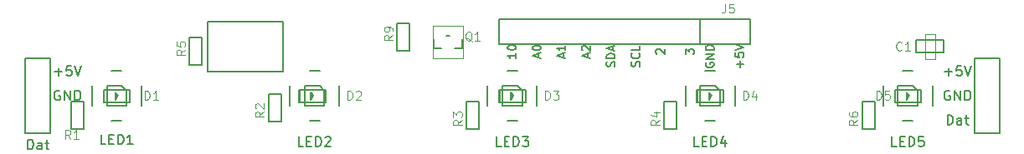
<source format=gto>
G04 #@! TF.FileFunction,Legend,Top*
%FSLAX46Y46*%
G04 Gerber Fmt 4.6, Leading zero omitted, Abs format (unit mm)*
G04 Created by KiCad (PCBNEW 4.0.7-e2-6376~58~ubuntu16.04.1) date Fri Sep 22 12:57:38 2017*
%MOMM*%
%LPD*%
G01*
G04 APERTURE LIST*
%ADD10C,0.100000*%
%ADD11C,0.200000*%
%ADD12C,0.066040*%
%ADD13C,0.127000*%
%ADD14C,0.101600*%
G04 APERTURE END LIST*
D10*
D11*
X119575000Y-139647619D02*
X119534524Y-139728571D01*
X119534524Y-139850000D01*
X119575000Y-139971428D01*
X119655952Y-140052381D01*
X119736905Y-140092857D01*
X119898810Y-140133333D01*
X120020238Y-140133333D01*
X120182143Y-140092857D01*
X120263095Y-140052381D01*
X120344048Y-139971428D01*
X120384524Y-139850000D01*
X120384524Y-139769048D01*
X120344048Y-139647619D01*
X120303571Y-139607143D01*
X120020238Y-139607143D01*
X120020238Y-139769048D01*
X120384524Y-139242857D02*
X119534524Y-139242857D01*
X120384524Y-138757143D01*
X119534524Y-138757143D01*
X120384524Y-138352381D02*
X119534524Y-138352381D01*
X119534524Y-138150000D01*
X119575000Y-138028572D01*
X119655952Y-137947619D01*
X119736905Y-137907143D01*
X119898810Y-137866667D01*
X120020238Y-137866667D01*
X120182143Y-137907143D01*
X120263095Y-137947619D01*
X120344048Y-138028572D01*
X120384524Y-138150000D01*
X120384524Y-138352381D01*
X123060714Y-140092857D02*
X123060714Y-139445238D01*
X123384524Y-139769048D02*
X122736905Y-139769048D01*
X122534524Y-138635714D02*
X122534524Y-139040476D01*
X122939286Y-139080952D01*
X122898810Y-139040476D01*
X122858333Y-138959524D01*
X122858333Y-138757143D01*
X122898810Y-138676190D01*
X122939286Y-138635714D01*
X123020238Y-138595238D01*
X123222619Y-138595238D01*
X123303571Y-138635714D01*
X123344048Y-138676190D01*
X123384524Y-138757143D01*
X123384524Y-138959524D01*
X123344048Y-139040476D01*
X123303571Y-139080952D01*
X122534524Y-138352381D02*
X123384524Y-138069047D01*
X122534524Y-137785714D01*
X143714286Y-140571429D02*
X144476191Y-140571429D01*
X144095239Y-140952381D02*
X144095239Y-140190476D01*
X145428572Y-139952381D02*
X144952381Y-139952381D01*
X144904762Y-140428571D01*
X144952381Y-140380952D01*
X145047619Y-140333333D01*
X145285715Y-140333333D01*
X145380953Y-140380952D01*
X145428572Y-140428571D01*
X145476191Y-140523810D01*
X145476191Y-140761905D01*
X145428572Y-140857143D01*
X145380953Y-140904762D01*
X145285715Y-140952381D01*
X145047619Y-140952381D01*
X144952381Y-140904762D01*
X144904762Y-140857143D01*
X145761905Y-139952381D02*
X146095238Y-140952381D01*
X146428572Y-139952381D01*
X117534524Y-138783333D02*
X117534524Y-138257143D01*
X117858333Y-138540476D01*
X117858333Y-138419048D01*
X117898810Y-138338095D01*
X117939286Y-138297619D01*
X118020238Y-138257143D01*
X118222619Y-138257143D01*
X118303571Y-138297619D01*
X118344048Y-138338095D01*
X118384524Y-138419048D01*
X118384524Y-138661905D01*
X118344048Y-138742857D01*
X118303571Y-138783333D01*
X114615476Y-138742857D02*
X114575000Y-138702381D01*
X114534524Y-138621429D01*
X114534524Y-138419048D01*
X114575000Y-138338095D01*
X114615476Y-138297619D01*
X114696429Y-138257143D01*
X114777381Y-138257143D01*
X114898810Y-138297619D01*
X115384524Y-138783333D01*
X115384524Y-138257143D01*
X112844048Y-140011904D02*
X112884524Y-139890476D01*
X112884524Y-139688095D01*
X112844048Y-139607142D01*
X112803571Y-139566666D01*
X112722619Y-139526190D01*
X112641667Y-139526190D01*
X112560714Y-139566666D01*
X112520238Y-139607142D01*
X112479762Y-139688095D01*
X112439286Y-139849999D01*
X112398810Y-139930952D01*
X112358333Y-139971428D01*
X112277381Y-140011904D01*
X112196429Y-140011904D01*
X112115476Y-139971428D01*
X112075000Y-139930952D01*
X112034524Y-139849999D01*
X112034524Y-139647619D01*
X112075000Y-139526190D01*
X112803571Y-138676190D02*
X112844048Y-138716666D01*
X112884524Y-138838095D01*
X112884524Y-138919047D01*
X112844048Y-139040475D01*
X112763095Y-139121428D01*
X112682143Y-139161904D01*
X112520238Y-139202380D01*
X112398810Y-139202380D01*
X112236905Y-139161904D01*
X112155952Y-139121428D01*
X112075000Y-139040475D01*
X112034524Y-138919047D01*
X112034524Y-138838095D01*
X112075000Y-138716666D01*
X112115476Y-138676190D01*
X112884524Y-137907142D02*
X112884524Y-138311904D01*
X112034524Y-138311904D01*
X110344048Y-140032142D02*
X110384524Y-139910714D01*
X110384524Y-139708333D01*
X110344048Y-139627380D01*
X110303571Y-139586904D01*
X110222619Y-139546428D01*
X110141667Y-139546428D01*
X110060714Y-139586904D01*
X110020238Y-139627380D01*
X109979762Y-139708333D01*
X109939286Y-139870237D01*
X109898810Y-139951190D01*
X109858333Y-139991666D01*
X109777381Y-140032142D01*
X109696429Y-140032142D01*
X109615476Y-139991666D01*
X109575000Y-139951190D01*
X109534524Y-139870237D01*
X109534524Y-139667857D01*
X109575000Y-139546428D01*
X110384524Y-139182142D02*
X109534524Y-139182142D01*
X109534524Y-138979761D01*
X109575000Y-138858333D01*
X109655952Y-138777380D01*
X109736905Y-138736904D01*
X109898810Y-138696428D01*
X110020238Y-138696428D01*
X110182143Y-138736904D01*
X110263095Y-138777380D01*
X110344048Y-138858333D01*
X110384524Y-138979761D01*
X110384524Y-139182142D01*
X110141667Y-138372618D02*
X110141667Y-137967856D01*
X110384524Y-138453571D02*
X109534524Y-138170237D01*
X110384524Y-137886904D01*
X107641667Y-139107142D02*
X107641667Y-138702380D01*
X107884524Y-139188095D02*
X107034524Y-138904761D01*
X107884524Y-138621428D01*
X107115476Y-138378571D02*
X107075000Y-138338095D01*
X107034524Y-138257143D01*
X107034524Y-138054762D01*
X107075000Y-137973809D01*
X107115476Y-137933333D01*
X107196429Y-137892857D01*
X107277381Y-137892857D01*
X107398810Y-137933333D01*
X107884524Y-138419047D01*
X107884524Y-137892857D01*
X105141667Y-139107142D02*
X105141667Y-138702380D01*
X105384524Y-139188095D02*
X104534524Y-138904761D01*
X105384524Y-138621428D01*
X105384524Y-137892857D02*
X105384524Y-138378571D01*
X105384524Y-138135714D02*
X104534524Y-138135714D01*
X104655952Y-138216666D01*
X104736905Y-138297619D01*
X104777381Y-138378571D01*
X102641667Y-139107142D02*
X102641667Y-138702380D01*
X102884524Y-139188095D02*
X102034524Y-138904761D01*
X102884524Y-138621428D01*
X102034524Y-138176190D02*
X102034524Y-138095238D01*
X102075000Y-138014286D01*
X102115476Y-137973809D01*
X102196429Y-137933333D01*
X102358333Y-137892857D01*
X102560714Y-137892857D01*
X102722619Y-137933333D01*
X102803571Y-137973809D01*
X102844048Y-138014286D01*
X102884524Y-138095238D01*
X102884524Y-138176190D01*
X102844048Y-138257143D01*
X102803571Y-138297619D01*
X102722619Y-138338095D01*
X102560714Y-138378571D01*
X102358333Y-138378571D01*
X102196429Y-138338095D01*
X102115476Y-138297619D01*
X102075000Y-138257143D01*
X102034524Y-138176190D01*
X100384524Y-138661905D02*
X100384524Y-139147619D01*
X100384524Y-138904762D02*
X99534524Y-138904762D01*
X99655952Y-138985714D01*
X99736905Y-139066667D01*
X99777381Y-139147619D01*
X99534524Y-138135714D02*
X99534524Y-138054762D01*
X99575000Y-137973810D01*
X99615476Y-137933333D01*
X99696429Y-137892857D01*
X99858333Y-137852381D01*
X100060714Y-137852381D01*
X100222619Y-137892857D01*
X100303571Y-137933333D01*
X100344048Y-137973810D01*
X100384524Y-138054762D01*
X100384524Y-138135714D01*
X100344048Y-138216667D01*
X100303571Y-138257143D01*
X100222619Y-138297619D01*
X100060714Y-138338095D01*
X99858333Y-138338095D01*
X99696429Y-138297619D01*
X99615476Y-138257143D01*
X99575000Y-138216667D01*
X99534524Y-138135714D01*
X51000000Y-148452381D02*
X51000000Y-147452381D01*
X51238095Y-147452381D01*
X51380953Y-147500000D01*
X51476191Y-147595238D01*
X51523810Y-147690476D01*
X51571429Y-147880952D01*
X51571429Y-148023810D01*
X51523810Y-148214286D01*
X51476191Y-148309524D01*
X51380953Y-148404762D01*
X51238095Y-148452381D01*
X51000000Y-148452381D01*
X52428572Y-148452381D02*
X52428572Y-147928571D01*
X52380953Y-147833333D01*
X52285715Y-147785714D01*
X52095238Y-147785714D01*
X52000000Y-147833333D01*
X52428572Y-148404762D02*
X52333334Y-148452381D01*
X52095238Y-148452381D01*
X52000000Y-148404762D01*
X51952381Y-148309524D01*
X51952381Y-148214286D01*
X52000000Y-148119048D01*
X52095238Y-148071429D01*
X52333334Y-148071429D01*
X52428572Y-148023810D01*
X52761905Y-147785714D02*
X53142857Y-147785714D01*
X52904762Y-147452381D02*
X52904762Y-148309524D01*
X52952381Y-148404762D01*
X53047619Y-148452381D01*
X53142857Y-148452381D01*
X54238096Y-142500000D02*
X54142858Y-142452381D01*
X54000001Y-142452381D01*
X53857143Y-142500000D01*
X53761905Y-142595238D01*
X53714286Y-142690476D01*
X53666667Y-142880952D01*
X53666667Y-143023810D01*
X53714286Y-143214286D01*
X53761905Y-143309524D01*
X53857143Y-143404762D01*
X54000001Y-143452381D01*
X54095239Y-143452381D01*
X54238096Y-143404762D01*
X54285715Y-143357143D01*
X54285715Y-143023810D01*
X54095239Y-143023810D01*
X54714286Y-143452381D02*
X54714286Y-142452381D01*
X55285715Y-143452381D01*
X55285715Y-142452381D01*
X55761905Y-143452381D02*
X55761905Y-142452381D01*
X56000000Y-142452381D01*
X56142858Y-142500000D01*
X56238096Y-142595238D01*
X56285715Y-142690476D01*
X56333334Y-142880952D01*
X56333334Y-143023810D01*
X56285715Y-143214286D01*
X56238096Y-143309524D01*
X56142858Y-143404762D01*
X56000000Y-143452381D01*
X55761905Y-143452381D01*
X53714286Y-140571429D02*
X54476191Y-140571429D01*
X54095239Y-140952381D02*
X54095239Y-140190476D01*
X55428572Y-139952381D02*
X54952381Y-139952381D01*
X54904762Y-140428571D01*
X54952381Y-140380952D01*
X55047619Y-140333333D01*
X55285715Y-140333333D01*
X55380953Y-140380952D01*
X55428572Y-140428571D01*
X55476191Y-140523810D01*
X55476191Y-140761905D01*
X55428572Y-140857143D01*
X55380953Y-140904762D01*
X55285715Y-140952381D01*
X55047619Y-140952381D01*
X54952381Y-140904762D01*
X54904762Y-140857143D01*
X55761905Y-139952381D02*
X56095238Y-140952381D01*
X56428572Y-139952381D01*
X144000000Y-145952381D02*
X144000000Y-144952381D01*
X144238095Y-144952381D01*
X144380953Y-145000000D01*
X144476191Y-145095238D01*
X144523810Y-145190476D01*
X144571429Y-145380952D01*
X144571429Y-145523810D01*
X144523810Y-145714286D01*
X144476191Y-145809524D01*
X144380953Y-145904762D01*
X144238095Y-145952381D01*
X144000000Y-145952381D01*
X145428572Y-145952381D02*
X145428572Y-145428571D01*
X145380953Y-145333333D01*
X145285715Y-145285714D01*
X145095238Y-145285714D01*
X145000000Y-145333333D01*
X145428572Y-145904762D02*
X145333334Y-145952381D01*
X145095238Y-145952381D01*
X145000000Y-145904762D01*
X144952381Y-145809524D01*
X144952381Y-145714286D01*
X145000000Y-145619048D01*
X145095238Y-145571429D01*
X145333334Y-145571429D01*
X145428572Y-145523810D01*
X145761905Y-145285714D02*
X146142857Y-145285714D01*
X145904762Y-144952381D02*
X145904762Y-145809524D01*
X145952381Y-145904762D01*
X146047619Y-145952381D01*
X146142857Y-145952381D01*
X144238096Y-142500000D02*
X144142858Y-142452381D01*
X144000001Y-142452381D01*
X143857143Y-142500000D01*
X143761905Y-142595238D01*
X143714286Y-142690476D01*
X143666667Y-142880952D01*
X143666667Y-143023810D01*
X143714286Y-143214286D01*
X143761905Y-143309524D01*
X143857143Y-143404762D01*
X144000001Y-143452381D01*
X144095239Y-143452381D01*
X144238096Y-143404762D01*
X144285715Y-143357143D01*
X144285715Y-143023810D01*
X144095239Y-143023810D01*
X144714286Y-143452381D02*
X144714286Y-142452381D01*
X145285715Y-143452381D01*
X145285715Y-142452381D01*
X145761905Y-143452381D02*
X145761905Y-142452381D01*
X146000000Y-142452381D01*
X146142858Y-142500000D01*
X146238096Y-142595238D01*
X146285715Y-142690476D01*
X146333334Y-142880952D01*
X146333334Y-143023810D01*
X146285715Y-143214286D01*
X146238096Y-143309524D01*
X146142858Y-143404762D01*
X146000000Y-143452381D01*
X145761905Y-143452381D01*
D12*
X95024000Y-135849000D02*
X91976000Y-135849000D01*
X91976000Y-135849000D02*
X91976000Y-139151000D01*
X95024000Y-139151000D02*
X91976000Y-139151000D01*
X95024000Y-135849000D02*
X95024000Y-139151000D01*
D13*
X93690500Y-136865000D02*
X93309500Y-136865000D01*
X92039500Y-137246000D02*
X92039500Y-138135000D01*
X92039500Y-138135000D02*
X92801500Y-138135000D01*
X94198500Y-138135000D02*
X94960500Y-138135000D01*
X94960500Y-138135000D02*
X94960500Y-137246000D01*
X68635000Y-137103000D02*
X68635000Y-139897000D01*
X68635000Y-139897000D02*
X67365000Y-139897000D01*
X67365000Y-139897000D02*
X67365000Y-137103000D01*
X67365000Y-137103000D02*
X68635000Y-137103000D01*
D12*
X58730000Y-143571500D02*
X61270000Y-143571500D01*
X61270000Y-143571500D02*
X61270000Y-142428500D01*
X58730000Y-142428500D02*
X61270000Y-142428500D01*
X58730000Y-143571500D02*
X58730000Y-142428500D01*
D13*
X58666500Y-142365000D02*
X61333500Y-142365000D01*
X61333500Y-142365000D02*
X61333500Y-143635000D01*
X61333500Y-143635000D02*
X58666500Y-143635000D01*
X58666500Y-143635000D02*
X58666500Y-142365000D01*
X59873000Y-142619000D02*
X59873000Y-143381000D01*
X59873000Y-143381000D02*
X60000000Y-143190500D01*
X60000000Y-143190500D02*
X60127000Y-143000000D01*
X60127000Y-143000000D02*
X60000000Y-142809500D01*
X60000000Y-142809500D02*
X59873000Y-142619000D01*
X59936500Y-142746000D02*
X59936500Y-143254000D01*
X60000000Y-142809500D02*
X60000000Y-143190500D01*
D12*
X78492000Y-143571500D02*
X81032000Y-143571500D01*
X81032000Y-143571500D02*
X81032000Y-142428500D01*
X78492000Y-142428500D02*
X81032000Y-142428500D01*
X78492000Y-143571500D02*
X78492000Y-142428500D01*
D13*
X78428500Y-142365000D02*
X81095500Y-142365000D01*
X81095500Y-142365000D02*
X81095500Y-143635000D01*
X81095500Y-143635000D02*
X78428500Y-143635000D01*
X78428500Y-143635000D02*
X78428500Y-142365000D01*
X79635000Y-142619000D02*
X79635000Y-143381000D01*
X79635000Y-143381000D02*
X79762000Y-143190500D01*
X79762000Y-143190500D02*
X79889000Y-143000000D01*
X79889000Y-143000000D02*
X79762000Y-142809500D01*
X79762000Y-142809500D02*
X79635000Y-142619000D01*
X79698500Y-142746000D02*
X79698500Y-143254000D01*
X79762000Y-142809500D02*
X79762000Y-143190500D01*
D12*
X98730000Y-143571500D02*
X101270000Y-143571500D01*
X101270000Y-143571500D02*
X101270000Y-142428500D01*
X98730000Y-142428500D02*
X101270000Y-142428500D01*
X98730000Y-143571500D02*
X98730000Y-142428500D01*
D13*
X98666500Y-142365000D02*
X101333500Y-142365000D01*
X101333500Y-142365000D02*
X101333500Y-143635000D01*
X101333500Y-143635000D02*
X98666500Y-143635000D01*
X98666500Y-143635000D02*
X98666500Y-142365000D01*
X99873000Y-142619000D02*
X99873000Y-143381000D01*
X99873000Y-143381000D02*
X100000000Y-143190500D01*
X100000000Y-143190500D02*
X100127000Y-143000000D01*
X100127000Y-143000000D02*
X100000000Y-142809500D01*
X100000000Y-142809500D02*
X99873000Y-142619000D01*
X99936500Y-142746000D02*
X99936500Y-143254000D01*
X100000000Y-142809500D02*
X100000000Y-143190500D01*
D12*
X118730000Y-143571500D02*
X121270000Y-143571500D01*
X121270000Y-143571500D02*
X121270000Y-142428500D01*
X118730000Y-142428500D02*
X121270000Y-142428500D01*
X118730000Y-143571500D02*
X118730000Y-142428500D01*
D13*
X118666500Y-142365000D02*
X121333500Y-142365000D01*
X121333500Y-142365000D02*
X121333500Y-143635000D01*
X121333500Y-143635000D02*
X118666500Y-143635000D01*
X118666500Y-143635000D02*
X118666500Y-142365000D01*
X119873000Y-142619000D02*
X119873000Y-143381000D01*
X119873000Y-143381000D02*
X120000000Y-143190500D01*
X120000000Y-143190500D02*
X120127000Y-143000000D01*
X120127000Y-143000000D02*
X120000000Y-142809500D01*
X120000000Y-142809500D02*
X119873000Y-142619000D01*
X119936500Y-142746000D02*
X119936500Y-143254000D01*
X120000000Y-142809500D02*
X120000000Y-143190500D01*
D12*
X138730000Y-143571500D02*
X141270000Y-143571500D01*
X141270000Y-143571500D02*
X141270000Y-142428500D01*
X138730000Y-142428500D02*
X141270000Y-142428500D01*
X138730000Y-143571500D02*
X138730000Y-142428500D01*
D13*
X138666500Y-142365000D02*
X141333500Y-142365000D01*
X141333500Y-142365000D02*
X141333500Y-143635000D01*
X141333500Y-143635000D02*
X138666500Y-143635000D01*
X138666500Y-143635000D02*
X138666500Y-142365000D01*
X139873000Y-142619000D02*
X139873000Y-143381000D01*
X139873000Y-143381000D02*
X140000000Y-143190500D01*
X140000000Y-143190500D02*
X140127000Y-143000000D01*
X140127000Y-143000000D02*
X140000000Y-142809500D01*
X140000000Y-142809500D02*
X139873000Y-142619000D01*
X139936500Y-142746000D02*
X139936500Y-143254000D01*
X140000000Y-142809500D02*
X140000000Y-143190500D01*
D12*
X50730000Y-146810000D02*
X53270000Y-146810000D01*
X53270000Y-146810000D02*
X53270000Y-139190000D01*
X50730000Y-139190000D02*
X53270000Y-139190000D01*
X50730000Y-146810000D02*
X50730000Y-139190000D01*
D13*
X50730000Y-139190000D02*
X53270000Y-139190000D01*
X53270000Y-139190000D02*
X53270000Y-146810000D01*
X53270000Y-146810000D02*
X50730000Y-146810000D01*
X50730000Y-146810000D02*
X50730000Y-139190000D01*
D10*
X50730000Y-139190000D02*
X53270000Y-139190000D01*
X53270000Y-139190000D02*
X53270000Y-146810000D01*
X53270000Y-146810000D02*
X50730000Y-146810000D01*
X50730000Y-146810000D02*
X50730000Y-139190000D01*
D12*
X146730000Y-146810000D02*
X149270000Y-146810000D01*
X149270000Y-146810000D02*
X149270000Y-139190000D01*
X146730000Y-139190000D02*
X149270000Y-139190000D01*
X146730000Y-146810000D02*
X146730000Y-139190000D01*
D13*
X146730000Y-139190000D02*
X149270000Y-139190000D01*
X149270000Y-139190000D02*
X149270000Y-146810000D01*
X149270000Y-146810000D02*
X146730000Y-146810000D01*
X146730000Y-146810000D02*
X146730000Y-139190000D01*
D10*
X146730000Y-139190000D02*
X149270000Y-139190000D01*
X149270000Y-139190000D02*
X149270000Y-146810000D01*
X149270000Y-146810000D02*
X146730000Y-146810000D01*
X146730000Y-146810000D02*
X146730000Y-139190000D01*
D12*
X76810000Y-140540000D02*
X76810000Y-135460000D01*
X76810000Y-135460000D02*
X69190000Y-135460000D01*
X69190000Y-140540000D02*
X69190000Y-135460000D01*
X76810000Y-140540000D02*
X69190000Y-140540000D01*
D13*
X69190000Y-140540000D02*
X69190000Y-135460000D01*
X69190000Y-135460000D02*
X76810000Y-135460000D01*
X76810000Y-135460000D02*
X76810000Y-140540000D01*
X76810000Y-140540000D02*
X69190000Y-140540000D01*
D10*
X69190000Y-140540000D02*
X69190000Y-135460000D01*
X69190000Y-135460000D02*
X76810000Y-135460000D01*
X76810000Y-135460000D02*
X76810000Y-140540000D01*
X76810000Y-140540000D02*
X69190000Y-140540000D01*
D13*
X55365000Y-146397000D02*
X55365000Y-143603000D01*
X55365000Y-143603000D02*
X56635000Y-143603000D01*
X56635000Y-143603000D02*
X56635000Y-146397000D01*
X56635000Y-146397000D02*
X55365000Y-146397000D01*
X75365000Y-145635000D02*
X75365000Y-142841000D01*
X75365000Y-142841000D02*
X76635000Y-142841000D01*
X76635000Y-142841000D02*
X76635000Y-145635000D01*
X76635000Y-145635000D02*
X75365000Y-145635000D01*
X95365000Y-146397000D02*
X95365000Y-143603000D01*
X95365000Y-143603000D02*
X96635000Y-143603000D01*
X96635000Y-143603000D02*
X96635000Y-146397000D01*
X96635000Y-146397000D02*
X95365000Y-146397000D01*
X115365000Y-146397000D02*
X115365000Y-143603000D01*
X115365000Y-143603000D02*
X116635000Y-143603000D01*
X116635000Y-143603000D02*
X116635000Y-146397000D01*
X116635000Y-146397000D02*
X115365000Y-146397000D01*
X135365000Y-146397000D02*
X135365000Y-143603000D01*
X135365000Y-143603000D02*
X136635000Y-143603000D01*
X136635000Y-143603000D02*
X136635000Y-146397000D01*
X136635000Y-146397000D02*
X135365000Y-146397000D01*
X89635000Y-135603000D02*
X89635000Y-138397000D01*
X89635000Y-138397000D02*
X88365000Y-138397000D01*
X88365000Y-138397000D02*
X88365000Y-135603000D01*
X88365000Y-135603000D02*
X89635000Y-135603000D01*
D11*
X61000000Y-144000000D02*
X59000000Y-144000000D01*
X59000000Y-144000000D02*
X59000000Y-142000000D01*
X59000000Y-142000000D02*
X60500000Y-142000000D01*
X60500000Y-142000000D02*
X61000000Y-142500000D01*
X61000000Y-142500000D02*
X61000000Y-144000000D01*
X62500000Y-144000000D02*
X62500000Y-142000000D01*
X60500000Y-140500000D02*
X59500000Y-140500000D01*
X57500000Y-144000000D02*
X57500000Y-142000000D01*
X60500000Y-145500000D02*
X59500000Y-145500000D01*
X81000000Y-144000000D02*
X79000000Y-144000000D01*
X79000000Y-144000000D02*
X79000000Y-142000000D01*
X79000000Y-142000000D02*
X80500000Y-142000000D01*
X80500000Y-142000000D02*
X81000000Y-142500000D01*
X81000000Y-142500000D02*
X81000000Y-144000000D01*
X82500000Y-144000000D02*
X82500000Y-142000000D01*
X80500000Y-140500000D02*
X79500000Y-140500000D01*
X77500000Y-144000000D02*
X77500000Y-142000000D01*
X80500000Y-145500000D02*
X79500000Y-145500000D01*
X101000000Y-144000000D02*
X99000000Y-144000000D01*
X99000000Y-144000000D02*
X99000000Y-142000000D01*
X99000000Y-142000000D02*
X100500000Y-142000000D01*
X100500000Y-142000000D02*
X101000000Y-142500000D01*
X101000000Y-142500000D02*
X101000000Y-144000000D01*
X102500000Y-144000000D02*
X102500000Y-142000000D01*
X100500000Y-140500000D02*
X99500000Y-140500000D01*
X97500000Y-144000000D02*
X97500000Y-142000000D01*
X100500000Y-145500000D02*
X99500000Y-145500000D01*
X121000000Y-144000000D02*
X119000000Y-144000000D01*
X119000000Y-144000000D02*
X119000000Y-142000000D01*
X119000000Y-142000000D02*
X120500000Y-142000000D01*
X120500000Y-142000000D02*
X121000000Y-142500000D01*
X121000000Y-142500000D02*
X121000000Y-144000000D01*
X122500000Y-144000000D02*
X122500000Y-142000000D01*
X120500000Y-140500000D02*
X119500000Y-140500000D01*
X117500000Y-144000000D02*
X117500000Y-142000000D01*
X120500000Y-145500000D02*
X119500000Y-145500000D01*
X141000000Y-144000000D02*
X139000000Y-144000000D01*
X139000000Y-144000000D02*
X139000000Y-142000000D01*
X139000000Y-142000000D02*
X140500000Y-142000000D01*
X140500000Y-142000000D02*
X141000000Y-142500000D01*
X141000000Y-142500000D02*
X141000000Y-144000000D01*
X142500000Y-144000000D02*
X142500000Y-142000000D01*
X140500000Y-140500000D02*
X139500000Y-140500000D01*
X137500000Y-144000000D02*
X137500000Y-142000000D01*
X140500000Y-145500000D02*
X139500000Y-145500000D01*
D12*
X118970000Y-137770000D02*
X118970000Y-135230000D01*
X118970000Y-135230000D02*
X98650000Y-135230000D01*
X98650000Y-137770000D02*
X98650000Y-135230000D01*
X118970000Y-137770000D02*
X98650000Y-137770000D01*
D13*
X98650000Y-137770000D02*
X98650000Y-135230000D01*
X98650000Y-135230000D02*
X118970000Y-135230000D01*
X118970000Y-135230000D02*
X118970000Y-137770000D01*
X118970000Y-137770000D02*
X98650000Y-137770000D01*
D12*
X118960000Y-135230000D02*
X118960000Y-137770000D01*
X118960000Y-137770000D02*
X124040000Y-137770000D01*
X124040000Y-135230000D02*
X124040000Y-137770000D01*
X118960000Y-135230000D02*
X124040000Y-135230000D01*
D13*
X124040000Y-135230000D02*
X124040000Y-137770000D01*
X124040000Y-137770000D02*
X118960000Y-137770000D01*
X118960000Y-137770000D02*
X118960000Y-135230000D01*
X118960000Y-135230000D02*
X124040000Y-135230000D01*
D10*
X124040000Y-135230000D02*
X124040000Y-137770000D01*
X124040000Y-137770000D02*
X118960000Y-137770000D01*
X118960000Y-135230000D02*
X124040000Y-135230000D01*
D12*
X141754000Y-136730000D02*
X141754000Y-139270000D01*
X141754000Y-139270000D02*
X142770000Y-139270000D01*
X142770000Y-136730000D02*
X142770000Y-139270000D01*
X141754000Y-136730000D02*
X142770000Y-136730000D01*
D13*
X143659000Y-138635000D02*
X140865000Y-138635000D01*
X140865000Y-138635000D02*
X140865000Y-137365000D01*
X140865000Y-137365000D02*
X143659000Y-137365000D01*
X143659000Y-137365000D02*
X143659000Y-138635000D01*
D14*
X95915333Y-137486833D02*
X95830667Y-137444500D01*
X95746000Y-137359833D01*
X95619000Y-137232833D01*
X95534333Y-137190500D01*
X95449667Y-137190500D01*
X95492000Y-137402167D02*
X95407333Y-137359833D01*
X95322667Y-137275167D01*
X95280333Y-137105833D01*
X95280333Y-136809500D01*
X95322667Y-136640167D01*
X95407333Y-136555500D01*
X95492000Y-136513167D01*
X95661333Y-136513167D01*
X95746000Y-136555500D01*
X95830667Y-136640167D01*
X95873000Y-136809500D01*
X95873000Y-137105833D01*
X95830667Y-137275167D01*
X95746000Y-137359833D01*
X95661333Y-137402167D01*
X95492000Y-137402167D01*
X96719666Y-137402167D02*
X96211666Y-137402167D01*
X96465666Y-137402167D02*
X96465666Y-136513167D01*
X96381000Y-136640167D01*
X96296333Y-136724833D01*
X96211666Y-136767167D01*
X66941667Y-138330666D02*
X66518333Y-138627000D01*
X66941667Y-138838666D02*
X66052667Y-138838666D01*
X66052667Y-138500000D01*
X66095000Y-138415333D01*
X66137333Y-138373000D01*
X66222000Y-138330666D01*
X66349000Y-138330666D01*
X66433667Y-138373000D01*
X66476000Y-138415333D01*
X66518333Y-138500000D01*
X66518333Y-138838666D01*
X66052667Y-137526333D02*
X66052667Y-137949666D01*
X66476000Y-137992000D01*
X66433667Y-137949666D01*
X66391333Y-137865000D01*
X66391333Y-137653333D01*
X66433667Y-137568666D01*
X66476000Y-137526333D01*
X66560667Y-137484000D01*
X66772333Y-137484000D01*
X66857000Y-137526333D01*
X66899333Y-137568666D01*
X66941667Y-137653333D01*
X66941667Y-137865000D01*
X66899333Y-137949666D01*
X66857000Y-137992000D01*
X62843834Y-143402167D02*
X62843834Y-142513167D01*
X63055500Y-142513167D01*
X63182500Y-142555500D01*
X63267167Y-142640167D01*
X63309500Y-142724833D01*
X63351834Y-142894167D01*
X63351834Y-143021167D01*
X63309500Y-143190500D01*
X63267167Y-143275167D01*
X63182500Y-143359833D01*
X63055500Y-143402167D01*
X62843834Y-143402167D01*
X64198500Y-143402167D02*
X63690500Y-143402167D01*
X63944500Y-143402167D02*
X63944500Y-142513167D01*
X63859834Y-142640167D01*
X63775167Y-142724833D01*
X63690500Y-142767167D01*
X83343834Y-143402167D02*
X83343834Y-142513167D01*
X83555500Y-142513167D01*
X83682500Y-142555500D01*
X83767167Y-142640167D01*
X83809500Y-142724833D01*
X83851834Y-142894167D01*
X83851834Y-143021167D01*
X83809500Y-143190500D01*
X83767167Y-143275167D01*
X83682500Y-143359833D01*
X83555500Y-143402167D01*
X83343834Y-143402167D01*
X84190500Y-142597833D02*
X84232834Y-142555500D01*
X84317500Y-142513167D01*
X84529167Y-142513167D01*
X84613834Y-142555500D01*
X84656167Y-142597833D01*
X84698500Y-142682500D01*
X84698500Y-142767167D01*
X84656167Y-142894167D01*
X84148167Y-143402167D01*
X84698500Y-143402167D01*
X103343834Y-143402167D02*
X103343834Y-142513167D01*
X103555500Y-142513167D01*
X103682500Y-142555500D01*
X103767167Y-142640167D01*
X103809500Y-142724833D01*
X103851834Y-142894167D01*
X103851834Y-143021167D01*
X103809500Y-143190500D01*
X103767167Y-143275167D01*
X103682500Y-143359833D01*
X103555500Y-143402167D01*
X103343834Y-143402167D01*
X104148167Y-142513167D02*
X104698500Y-142513167D01*
X104402167Y-142851833D01*
X104529167Y-142851833D01*
X104613834Y-142894167D01*
X104656167Y-142936500D01*
X104698500Y-143021167D01*
X104698500Y-143232833D01*
X104656167Y-143317500D01*
X104613834Y-143359833D01*
X104529167Y-143402167D01*
X104275167Y-143402167D01*
X104190500Y-143359833D01*
X104148167Y-143317500D01*
X123343834Y-143402167D02*
X123343834Y-142513167D01*
X123555500Y-142513167D01*
X123682500Y-142555500D01*
X123767167Y-142640167D01*
X123809500Y-142724833D01*
X123851834Y-142894167D01*
X123851834Y-143021167D01*
X123809500Y-143190500D01*
X123767167Y-143275167D01*
X123682500Y-143359833D01*
X123555500Y-143402167D01*
X123343834Y-143402167D01*
X124613834Y-142809500D02*
X124613834Y-143402167D01*
X124402167Y-142470833D02*
X124190500Y-143105833D01*
X124740834Y-143105833D01*
X136843834Y-143402167D02*
X136843834Y-142513167D01*
X137055500Y-142513167D01*
X137182500Y-142555500D01*
X137267167Y-142640167D01*
X137309500Y-142724833D01*
X137351834Y-142894167D01*
X137351834Y-143021167D01*
X137309500Y-143190500D01*
X137267167Y-143275167D01*
X137182500Y-143359833D01*
X137055500Y-143402167D01*
X136843834Y-143402167D01*
X138156167Y-142513167D02*
X137732834Y-142513167D01*
X137690500Y-142936500D01*
X137732834Y-142894167D01*
X137817500Y-142851833D01*
X138029167Y-142851833D01*
X138113834Y-142894167D01*
X138156167Y-142936500D01*
X138198500Y-143021167D01*
X138198500Y-143232833D01*
X138156167Y-143317500D01*
X138113834Y-143359833D01*
X138029167Y-143402167D01*
X137817500Y-143402167D01*
X137732834Y-143359833D01*
X137690500Y-143317500D01*
X55351834Y-147402167D02*
X55055500Y-146978833D01*
X54843834Y-147402167D02*
X54843834Y-146513167D01*
X55182500Y-146513167D01*
X55267167Y-146555500D01*
X55309500Y-146597833D01*
X55351834Y-146682500D01*
X55351834Y-146809500D01*
X55309500Y-146894167D01*
X55267167Y-146936500D01*
X55182500Y-146978833D01*
X54843834Y-146978833D01*
X56198500Y-147402167D02*
X55690500Y-147402167D01*
X55944500Y-147402167D02*
X55944500Y-146513167D01*
X55859834Y-146640167D01*
X55775167Y-146724833D01*
X55690500Y-146767167D01*
X74902167Y-144648166D02*
X74478833Y-144944500D01*
X74902167Y-145156166D02*
X74013167Y-145156166D01*
X74013167Y-144817500D01*
X74055500Y-144732833D01*
X74097833Y-144690500D01*
X74182500Y-144648166D01*
X74309500Y-144648166D01*
X74394167Y-144690500D01*
X74436500Y-144732833D01*
X74478833Y-144817500D01*
X74478833Y-145156166D01*
X74097833Y-144309500D02*
X74055500Y-144267166D01*
X74013167Y-144182500D01*
X74013167Y-143970833D01*
X74055500Y-143886166D01*
X74097833Y-143843833D01*
X74182500Y-143801500D01*
X74267167Y-143801500D01*
X74394167Y-143843833D01*
X74902167Y-144351833D01*
X74902167Y-143801500D01*
X94902167Y-145465666D02*
X94478833Y-145762000D01*
X94902167Y-145973666D02*
X94013167Y-145973666D01*
X94013167Y-145635000D01*
X94055500Y-145550333D01*
X94097833Y-145508000D01*
X94182500Y-145465666D01*
X94309500Y-145465666D01*
X94394167Y-145508000D01*
X94436500Y-145550333D01*
X94478833Y-145635000D01*
X94478833Y-145973666D01*
X94013167Y-145169333D02*
X94013167Y-144619000D01*
X94351833Y-144915333D01*
X94351833Y-144788333D01*
X94394167Y-144703666D01*
X94436500Y-144661333D01*
X94521167Y-144619000D01*
X94732833Y-144619000D01*
X94817500Y-144661333D01*
X94859833Y-144703666D01*
X94902167Y-144788333D01*
X94902167Y-145042333D01*
X94859833Y-145127000D01*
X94817500Y-145169333D01*
X114902167Y-145465666D02*
X114478833Y-145762000D01*
X114902167Y-145973666D02*
X114013167Y-145973666D01*
X114013167Y-145635000D01*
X114055500Y-145550333D01*
X114097833Y-145508000D01*
X114182500Y-145465666D01*
X114309500Y-145465666D01*
X114394167Y-145508000D01*
X114436500Y-145550333D01*
X114478833Y-145635000D01*
X114478833Y-145973666D01*
X114309500Y-144703666D02*
X114902167Y-144703666D01*
X113970833Y-144915333D02*
X114605833Y-145127000D01*
X114605833Y-144576666D01*
X134902167Y-145465666D02*
X134478833Y-145762000D01*
X134902167Y-145973666D02*
X134013167Y-145973666D01*
X134013167Y-145635000D01*
X134055500Y-145550333D01*
X134097833Y-145508000D01*
X134182500Y-145465666D01*
X134309500Y-145465666D01*
X134394167Y-145508000D01*
X134436500Y-145550333D01*
X134478833Y-145635000D01*
X134478833Y-145973666D01*
X134013167Y-144703666D02*
X134013167Y-144873000D01*
X134055500Y-144957666D01*
X134097833Y-145000000D01*
X134224833Y-145084666D01*
X134394167Y-145127000D01*
X134732833Y-145127000D01*
X134817500Y-145084666D01*
X134859833Y-145042333D01*
X134902167Y-144957666D01*
X134902167Y-144788333D01*
X134859833Y-144703666D01*
X134817500Y-144661333D01*
X134732833Y-144619000D01*
X134521167Y-144619000D01*
X134436500Y-144661333D01*
X134394167Y-144703666D01*
X134351833Y-144788333D01*
X134351833Y-144957666D01*
X134394167Y-145042333D01*
X134436500Y-145084666D01*
X134521167Y-145127000D01*
X87941667Y-136830666D02*
X87518333Y-137127000D01*
X87941667Y-137338666D02*
X87052667Y-137338666D01*
X87052667Y-137000000D01*
X87095000Y-136915333D01*
X87137333Y-136873000D01*
X87222000Y-136830666D01*
X87349000Y-136830666D01*
X87433667Y-136873000D01*
X87476000Y-136915333D01*
X87518333Y-137000000D01*
X87518333Y-137338666D01*
X87941667Y-136407333D02*
X87941667Y-136238000D01*
X87899333Y-136153333D01*
X87857000Y-136111000D01*
X87730000Y-136026333D01*
X87560667Y-135984000D01*
X87222000Y-135984000D01*
X87137333Y-136026333D01*
X87095000Y-136068666D01*
X87052667Y-136153333D01*
X87052667Y-136322666D01*
X87095000Y-136407333D01*
X87137333Y-136449666D01*
X87222000Y-136492000D01*
X87433667Y-136492000D01*
X87518333Y-136449666D01*
X87560667Y-136407333D01*
X87603000Y-136322666D01*
X87603000Y-136153333D01*
X87560667Y-136068666D01*
X87518333Y-136026333D01*
X87433667Y-135984000D01*
D11*
X58880953Y-147952381D02*
X58404762Y-147952381D01*
X58404762Y-146952381D01*
X59214286Y-147428571D02*
X59547620Y-147428571D01*
X59690477Y-147952381D02*
X59214286Y-147952381D01*
X59214286Y-146952381D01*
X59690477Y-146952381D01*
X60119048Y-147952381D02*
X60119048Y-146952381D01*
X60357143Y-146952381D01*
X60500001Y-147000000D01*
X60595239Y-147095238D01*
X60642858Y-147190476D01*
X60690477Y-147380952D01*
X60690477Y-147523810D01*
X60642858Y-147714286D01*
X60595239Y-147809524D01*
X60500001Y-147904762D01*
X60357143Y-147952381D01*
X60119048Y-147952381D01*
X61642858Y-147952381D02*
X61071429Y-147952381D01*
X61357143Y-147952381D02*
X61357143Y-146952381D01*
X61261905Y-147095238D01*
X61166667Y-147190476D01*
X61071429Y-147238095D01*
X78880953Y-148152381D02*
X78404762Y-148152381D01*
X78404762Y-147152381D01*
X79214286Y-147628571D02*
X79547620Y-147628571D01*
X79690477Y-148152381D02*
X79214286Y-148152381D01*
X79214286Y-147152381D01*
X79690477Y-147152381D01*
X80119048Y-148152381D02*
X80119048Y-147152381D01*
X80357143Y-147152381D01*
X80500001Y-147200000D01*
X80595239Y-147295238D01*
X80642858Y-147390476D01*
X80690477Y-147580952D01*
X80690477Y-147723810D01*
X80642858Y-147914286D01*
X80595239Y-148009524D01*
X80500001Y-148104762D01*
X80357143Y-148152381D01*
X80119048Y-148152381D01*
X81071429Y-147247619D02*
X81119048Y-147200000D01*
X81214286Y-147152381D01*
X81452382Y-147152381D01*
X81547620Y-147200000D01*
X81595239Y-147247619D01*
X81642858Y-147342857D01*
X81642858Y-147438095D01*
X81595239Y-147580952D01*
X81023810Y-148152381D01*
X81642858Y-148152381D01*
X98880953Y-148152381D02*
X98404762Y-148152381D01*
X98404762Y-147152381D01*
X99214286Y-147628571D02*
X99547620Y-147628571D01*
X99690477Y-148152381D02*
X99214286Y-148152381D01*
X99214286Y-147152381D01*
X99690477Y-147152381D01*
X100119048Y-148152381D02*
X100119048Y-147152381D01*
X100357143Y-147152381D01*
X100500001Y-147200000D01*
X100595239Y-147295238D01*
X100642858Y-147390476D01*
X100690477Y-147580952D01*
X100690477Y-147723810D01*
X100642858Y-147914286D01*
X100595239Y-148009524D01*
X100500001Y-148104762D01*
X100357143Y-148152381D01*
X100119048Y-148152381D01*
X101023810Y-147152381D02*
X101642858Y-147152381D01*
X101309524Y-147533333D01*
X101452382Y-147533333D01*
X101547620Y-147580952D01*
X101595239Y-147628571D01*
X101642858Y-147723810D01*
X101642858Y-147961905D01*
X101595239Y-148057143D01*
X101547620Y-148104762D01*
X101452382Y-148152381D01*
X101166667Y-148152381D01*
X101071429Y-148104762D01*
X101023810Y-148057143D01*
X118880953Y-148152381D02*
X118404762Y-148152381D01*
X118404762Y-147152381D01*
X119214286Y-147628571D02*
X119547620Y-147628571D01*
X119690477Y-148152381D02*
X119214286Y-148152381D01*
X119214286Y-147152381D01*
X119690477Y-147152381D01*
X120119048Y-148152381D02*
X120119048Y-147152381D01*
X120357143Y-147152381D01*
X120500001Y-147200000D01*
X120595239Y-147295238D01*
X120642858Y-147390476D01*
X120690477Y-147580952D01*
X120690477Y-147723810D01*
X120642858Y-147914286D01*
X120595239Y-148009524D01*
X120500001Y-148104762D01*
X120357143Y-148152381D01*
X120119048Y-148152381D01*
X121547620Y-147485714D02*
X121547620Y-148152381D01*
X121309524Y-147104762D02*
X121071429Y-147819048D01*
X121690477Y-147819048D01*
X138880953Y-148152381D02*
X138404762Y-148152381D01*
X138404762Y-147152381D01*
X139214286Y-147628571D02*
X139547620Y-147628571D01*
X139690477Y-148152381D02*
X139214286Y-148152381D01*
X139214286Y-147152381D01*
X139690477Y-147152381D01*
X140119048Y-148152381D02*
X140119048Y-147152381D01*
X140357143Y-147152381D01*
X140500001Y-147200000D01*
X140595239Y-147295238D01*
X140642858Y-147390476D01*
X140690477Y-147580952D01*
X140690477Y-147723810D01*
X140642858Y-147914286D01*
X140595239Y-148009524D01*
X140500001Y-148104762D01*
X140357143Y-148152381D01*
X140119048Y-148152381D01*
X141595239Y-147152381D02*
X141119048Y-147152381D01*
X141071429Y-147628571D01*
X141119048Y-147580952D01*
X141214286Y-147533333D01*
X141452382Y-147533333D01*
X141547620Y-147580952D01*
X141595239Y-147628571D01*
X141642858Y-147723810D01*
X141642858Y-147961905D01*
X141595239Y-148057143D01*
X141547620Y-148104762D01*
X141452382Y-148152381D01*
X141214286Y-148152381D01*
X141119048Y-148104762D01*
X141071429Y-148057143D01*
D14*
X121521167Y-133663667D02*
X121521167Y-134298667D01*
X121478833Y-134425667D01*
X121394167Y-134510333D01*
X121267167Y-134552667D01*
X121182500Y-134552667D01*
X122367833Y-133663667D02*
X121944500Y-133663667D01*
X121902166Y-134087000D01*
X121944500Y-134044667D01*
X122029166Y-134002333D01*
X122240833Y-134002333D01*
X122325500Y-134044667D01*
X122367833Y-134087000D01*
X122410166Y-134171667D01*
X122410166Y-134383333D01*
X122367833Y-134468000D01*
X122325500Y-134510333D01*
X122240833Y-134552667D01*
X122029166Y-134552667D01*
X121944500Y-134510333D01*
X121902166Y-134468000D01*
X139351834Y-138317500D02*
X139309500Y-138359833D01*
X139182500Y-138402167D01*
X139097834Y-138402167D01*
X138970834Y-138359833D01*
X138886167Y-138275167D01*
X138843834Y-138190500D01*
X138801500Y-138021167D01*
X138801500Y-137894167D01*
X138843834Y-137724833D01*
X138886167Y-137640167D01*
X138970834Y-137555500D01*
X139097834Y-137513167D01*
X139182500Y-137513167D01*
X139309500Y-137555500D01*
X139351834Y-137597833D01*
X140198500Y-138402167D02*
X139690500Y-138402167D01*
X139944500Y-138402167D02*
X139944500Y-137513167D01*
X139859834Y-137640167D01*
X139775167Y-137724833D01*
X139690500Y-137767167D01*
M02*

</source>
